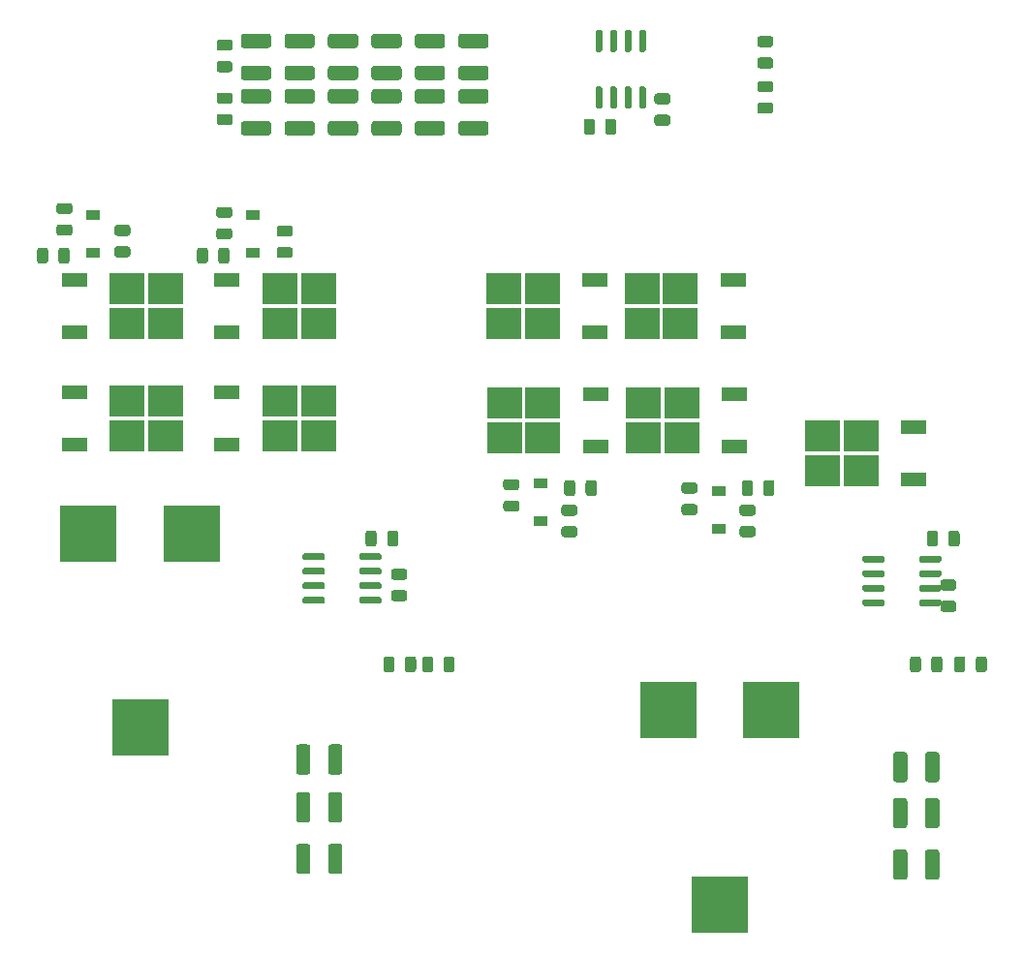
<source format=gtp>
G04 #@! TF.GenerationSoftware,KiCad,Pcbnew,5.1.6-c6e7f7d~86~ubuntu20.04.1*
G04 #@! TF.CreationDate,2020-09-07T13:20:28+02:00*
G04 #@! TF.ProjectId,Power,506f7765-722e-46b6-9963-61645f706362,rev?*
G04 #@! TF.SameCoordinates,Original*
G04 #@! TF.FileFunction,Paste,Top*
G04 #@! TF.FilePolarity,Positive*
%FSLAX46Y46*%
G04 Gerber Fmt 4.6, Leading zero omitted, Abs format (unit mm)*
G04 Created by KiCad (PCBNEW 5.1.6-c6e7f7d~86~ubuntu20.04.1) date 2020-09-07 13:20:28*
%MOMM*%
%LPD*%
G01*
G04 APERTURE LIST*
%ADD10R,1.200000X0.900000*%
%ADD11R,3.050000X2.750000*%
%ADD12R,2.200000X1.200000*%
%ADD13R,5.000000X5.000000*%
G04 APERTURE END LIST*
G36*
G01*
X78043750Y-94012500D02*
X78956250Y-94012500D01*
G75*
G02*
X79200000Y-94256250I0J-243750D01*
G01*
X79200000Y-94743750D01*
G75*
G02*
X78956250Y-94987500I-243750J0D01*
G01*
X78043750Y-94987500D01*
G75*
G02*
X77800000Y-94743750I0J243750D01*
G01*
X77800000Y-94256250D01*
G75*
G02*
X78043750Y-94012500I243750J0D01*
G01*
G37*
G36*
G01*
X78043750Y-92137500D02*
X78956250Y-92137500D01*
G75*
G02*
X79200000Y-92381250I0J-243750D01*
G01*
X79200000Y-92868750D01*
G75*
G02*
X78956250Y-93112500I-243750J0D01*
G01*
X78043750Y-93112500D01*
G75*
G02*
X77800000Y-92868750I0J243750D01*
G01*
X77800000Y-92381250D01*
G75*
G02*
X78043750Y-92137500I243750J0D01*
G01*
G37*
G36*
G01*
X76550000Y-89043750D02*
X76550000Y-89956250D01*
G75*
G02*
X76306250Y-90200000I-243750J0D01*
G01*
X75818750Y-90200000D01*
G75*
G02*
X75575000Y-89956250I0J243750D01*
G01*
X75575000Y-89043750D01*
G75*
G02*
X75818750Y-88800000I243750J0D01*
G01*
X76306250Y-88800000D01*
G75*
G02*
X76550000Y-89043750I0J-243750D01*
G01*
G37*
G36*
G01*
X78425000Y-89043750D02*
X78425000Y-89956250D01*
G75*
G02*
X78181250Y-90200000I-243750J0D01*
G01*
X77693750Y-90200000D01*
G75*
G02*
X77450000Y-89956250I0J243750D01*
G01*
X77450000Y-89043750D01*
G75*
G02*
X77693750Y-88800000I243750J0D01*
G01*
X78181250Y-88800000D01*
G75*
G02*
X78425000Y-89043750I0J-243750D01*
G01*
G37*
G36*
G01*
X101043750Y-52450000D02*
X101956250Y-52450000D01*
G75*
G02*
X102200000Y-52693750I0J-243750D01*
G01*
X102200000Y-53181250D01*
G75*
G02*
X101956250Y-53425000I-243750J0D01*
G01*
X101043750Y-53425000D01*
G75*
G02*
X100800000Y-53181250I0J243750D01*
G01*
X100800000Y-52693750D01*
G75*
G02*
X101043750Y-52450000I243750J0D01*
G01*
G37*
G36*
G01*
X101043750Y-50575000D02*
X101956250Y-50575000D01*
G75*
G02*
X102200000Y-50818750I0J-243750D01*
G01*
X102200000Y-51306250D01*
G75*
G02*
X101956250Y-51550000I-243750J0D01*
G01*
X101043750Y-51550000D01*
G75*
G02*
X100800000Y-51306250I0J243750D01*
G01*
X100800000Y-50818750D01*
G75*
G02*
X101043750Y-50575000I243750J0D01*
G01*
G37*
G36*
G01*
X96512500Y-53956250D02*
X96512500Y-53043750D01*
G75*
G02*
X96756250Y-52800000I243750J0D01*
G01*
X97243750Y-52800000D01*
G75*
G02*
X97487500Y-53043750I0J-243750D01*
G01*
X97487500Y-53956250D01*
G75*
G02*
X97243750Y-54200000I-243750J0D01*
G01*
X96756250Y-54200000D01*
G75*
G02*
X96512500Y-53956250I0J243750D01*
G01*
G37*
G36*
G01*
X94637500Y-53956250D02*
X94637500Y-53043750D01*
G75*
G02*
X94881250Y-52800000I243750J0D01*
G01*
X95368750Y-52800000D01*
G75*
G02*
X95612500Y-53043750I0J-243750D01*
G01*
X95612500Y-53956250D01*
G75*
G02*
X95368750Y-54200000I-243750J0D01*
G01*
X94881250Y-54200000D01*
G75*
G02*
X94637500Y-53956250I0J243750D01*
G01*
G37*
G36*
G01*
X67075000Y-51465000D02*
X64925000Y-51465000D01*
G75*
G02*
X64675000Y-51215000I0J250000D01*
G01*
X64675000Y-50465000D01*
G75*
G02*
X64925000Y-50215000I250000J0D01*
G01*
X67075000Y-50215000D01*
G75*
G02*
X67325000Y-50465000I0J-250000D01*
G01*
X67325000Y-51215000D01*
G75*
G02*
X67075000Y-51465000I-250000J0D01*
G01*
G37*
G36*
G01*
X67075000Y-54265000D02*
X64925000Y-54265000D01*
G75*
G02*
X64675000Y-54015000I0J250000D01*
G01*
X64675000Y-53265000D01*
G75*
G02*
X64925000Y-53015000I250000J0D01*
G01*
X67075000Y-53015000D01*
G75*
G02*
X67325000Y-53265000I0J-250000D01*
G01*
X67325000Y-54015000D01*
G75*
G02*
X67075000Y-54265000I-250000J0D01*
G01*
G37*
G36*
G01*
X126043750Y-94950000D02*
X126956250Y-94950000D01*
G75*
G02*
X127200000Y-95193750I0J-243750D01*
G01*
X127200000Y-95681250D01*
G75*
G02*
X126956250Y-95925000I-243750J0D01*
G01*
X126043750Y-95925000D01*
G75*
G02*
X125800000Y-95681250I0J243750D01*
G01*
X125800000Y-95193750D01*
G75*
G02*
X126043750Y-94950000I243750J0D01*
G01*
G37*
G36*
G01*
X126043750Y-93075000D02*
X126956250Y-93075000D01*
G75*
G02*
X127200000Y-93318750I0J-243750D01*
G01*
X127200000Y-93806250D01*
G75*
G02*
X126956250Y-94050000I-243750J0D01*
G01*
X126043750Y-94050000D01*
G75*
G02*
X125800000Y-93806250I0J243750D01*
G01*
X125800000Y-93318750D01*
G75*
G02*
X126043750Y-93075000I243750J0D01*
G01*
G37*
G36*
G01*
X126512500Y-89956250D02*
X126512500Y-89043750D01*
G75*
G02*
X126756250Y-88800000I243750J0D01*
G01*
X127243750Y-88800000D01*
G75*
G02*
X127487500Y-89043750I0J-243750D01*
G01*
X127487500Y-89956250D01*
G75*
G02*
X127243750Y-90200000I-243750J0D01*
G01*
X126756250Y-90200000D01*
G75*
G02*
X126512500Y-89956250I0J243750D01*
G01*
G37*
G36*
G01*
X124637500Y-89956250D02*
X124637500Y-89043750D01*
G75*
G02*
X124881250Y-88800000I243750J0D01*
G01*
X125368750Y-88800000D01*
G75*
G02*
X125612500Y-89043750I0J-243750D01*
G01*
X125612500Y-89956250D01*
G75*
G02*
X125368750Y-90200000I-243750J0D01*
G01*
X124881250Y-90200000D01*
G75*
G02*
X124637500Y-89956250I0J243750D01*
G01*
G37*
D10*
X65755000Y-64515000D03*
X65755000Y-61215000D03*
X51785000Y-64515000D03*
X51785000Y-61215000D03*
X90845000Y-84710000D03*
X90845000Y-88010000D03*
X106410000Y-85345000D03*
X106410000Y-88645000D03*
D11*
X68085000Y-80535000D03*
X71435000Y-77485000D03*
X68085000Y-77485000D03*
X71435000Y-80535000D03*
D12*
X63460000Y-81290000D03*
X63460000Y-76730000D03*
D11*
X91015000Y-67690000D03*
X87665000Y-70740000D03*
X91015000Y-70740000D03*
X87665000Y-67690000D03*
D12*
X95640000Y-66935000D03*
X95640000Y-71495000D03*
D11*
X54750000Y-80535000D03*
X58100000Y-77485000D03*
X54750000Y-77485000D03*
X58100000Y-80535000D03*
D12*
X50125000Y-81290000D03*
X50125000Y-76730000D03*
D11*
X103080000Y-67690000D03*
X99730000Y-70740000D03*
X103080000Y-70740000D03*
X99730000Y-67690000D03*
D12*
X107705000Y-66935000D03*
X107705000Y-71495000D03*
D13*
X60365000Y-89045000D03*
X51365000Y-89045000D03*
X55865000Y-106045000D03*
X111000000Y-104500000D03*
X102000000Y-104500000D03*
X106500000Y-121500000D03*
D11*
X68085000Y-70740000D03*
X71435000Y-67690000D03*
X68085000Y-67690000D03*
X71435000Y-70740000D03*
D12*
X63460000Y-71495000D03*
X63460000Y-66935000D03*
D11*
X54750000Y-70740000D03*
X58100000Y-67690000D03*
X54750000Y-67690000D03*
X58100000Y-70740000D03*
D12*
X50125000Y-71495000D03*
X50125000Y-66935000D03*
D11*
X91055000Y-77610000D03*
X87705000Y-80660000D03*
X91055000Y-80660000D03*
X87705000Y-77610000D03*
D12*
X95680000Y-76855000D03*
X95680000Y-81415000D03*
D11*
X103205000Y-77610000D03*
X99855000Y-80660000D03*
X103205000Y-80660000D03*
X99855000Y-77610000D03*
D12*
X107830000Y-76855000D03*
X107830000Y-81415000D03*
G36*
G01*
X62758750Y-62377500D02*
X63671250Y-62377500D01*
G75*
G02*
X63915000Y-62621250I0J-243750D01*
G01*
X63915000Y-63108750D01*
G75*
G02*
X63671250Y-63352500I-243750J0D01*
G01*
X62758750Y-63352500D01*
G75*
G02*
X62515000Y-63108750I0J243750D01*
G01*
X62515000Y-62621250D01*
G75*
G02*
X62758750Y-62377500I243750J0D01*
G01*
G37*
G36*
G01*
X62758750Y-60502500D02*
X63671250Y-60502500D01*
G75*
G02*
X63915000Y-60746250I0J-243750D01*
G01*
X63915000Y-61233750D01*
G75*
G02*
X63671250Y-61477500I-243750J0D01*
G01*
X62758750Y-61477500D01*
G75*
G02*
X62515000Y-61233750I0J243750D01*
G01*
X62515000Y-60746250D01*
G75*
G02*
X62758750Y-60502500I243750J0D01*
G01*
G37*
G36*
G01*
X93841250Y-87512500D02*
X92928750Y-87512500D01*
G75*
G02*
X92685000Y-87268750I0J243750D01*
G01*
X92685000Y-86781250D01*
G75*
G02*
X92928750Y-86537500I243750J0D01*
G01*
X93841250Y-86537500D01*
G75*
G02*
X94085000Y-86781250I0J-243750D01*
G01*
X94085000Y-87268750D01*
G75*
G02*
X93841250Y-87512500I-243750J0D01*
G01*
G37*
G36*
G01*
X93841250Y-89387500D02*
X92928750Y-89387500D01*
G75*
G02*
X92685000Y-89143750I0J243750D01*
G01*
X92685000Y-88656250D01*
G75*
G02*
X92928750Y-88412500I243750J0D01*
G01*
X93841250Y-88412500D01*
G75*
G02*
X94085000Y-88656250I0J-243750D01*
G01*
X94085000Y-89143750D01*
G75*
G02*
X93841250Y-89387500I-243750J0D01*
G01*
G37*
G36*
G01*
X68956250Y-63112500D02*
X68043750Y-63112500D01*
G75*
G02*
X67800000Y-62868750I0J243750D01*
G01*
X67800000Y-62381250D01*
G75*
G02*
X68043750Y-62137500I243750J0D01*
G01*
X68956250Y-62137500D01*
G75*
G02*
X69200000Y-62381250I0J-243750D01*
G01*
X69200000Y-62868750D01*
G75*
G02*
X68956250Y-63112500I-243750J0D01*
G01*
G37*
G36*
G01*
X68956250Y-64987500D02*
X68043750Y-64987500D01*
G75*
G02*
X67800000Y-64743750I0J243750D01*
G01*
X67800000Y-64256250D01*
G75*
G02*
X68043750Y-64012500I243750J0D01*
G01*
X68956250Y-64012500D01*
G75*
G02*
X69200000Y-64256250I0J-243750D01*
G01*
X69200000Y-64743750D01*
G75*
G02*
X68956250Y-64987500I-243750J0D01*
G01*
G37*
G36*
G01*
X54781250Y-63050000D02*
X53868750Y-63050000D01*
G75*
G02*
X53625000Y-62806250I0J243750D01*
G01*
X53625000Y-62318750D01*
G75*
G02*
X53868750Y-62075000I243750J0D01*
G01*
X54781250Y-62075000D01*
G75*
G02*
X55025000Y-62318750I0J-243750D01*
G01*
X55025000Y-62806250D01*
G75*
G02*
X54781250Y-63050000I-243750J0D01*
G01*
G37*
G36*
G01*
X54781250Y-64925000D02*
X53868750Y-64925000D01*
G75*
G02*
X53625000Y-64681250I0J243750D01*
G01*
X53625000Y-64193750D01*
G75*
G02*
X53868750Y-63950000I243750J0D01*
G01*
X54781250Y-63950000D01*
G75*
G02*
X55025000Y-64193750I0J-243750D01*
G01*
X55025000Y-64681250D01*
G75*
G02*
X54781250Y-64925000I-243750J0D01*
G01*
G37*
G36*
G01*
X88761250Y-85275000D02*
X87848750Y-85275000D01*
G75*
G02*
X87605000Y-85031250I0J243750D01*
G01*
X87605000Y-84543750D01*
G75*
G02*
X87848750Y-84300000I243750J0D01*
G01*
X88761250Y-84300000D01*
G75*
G02*
X89005000Y-84543750I0J-243750D01*
G01*
X89005000Y-85031250D01*
G75*
G02*
X88761250Y-85275000I-243750J0D01*
G01*
G37*
G36*
G01*
X88761250Y-87150000D02*
X87848750Y-87150000D01*
G75*
G02*
X87605000Y-86906250I0J243750D01*
G01*
X87605000Y-86418750D01*
G75*
G02*
X87848750Y-86175000I243750J0D01*
G01*
X88761250Y-86175000D01*
G75*
G02*
X89005000Y-86418750I0J-243750D01*
G01*
X89005000Y-86906250D01*
G75*
G02*
X88761250Y-87150000I-243750J0D01*
G01*
G37*
G36*
G01*
X104326250Y-85577500D02*
X103413750Y-85577500D01*
G75*
G02*
X103170000Y-85333750I0J243750D01*
G01*
X103170000Y-84846250D01*
G75*
G02*
X103413750Y-84602500I243750J0D01*
G01*
X104326250Y-84602500D01*
G75*
G02*
X104570000Y-84846250I0J-243750D01*
G01*
X104570000Y-85333750D01*
G75*
G02*
X104326250Y-85577500I-243750J0D01*
G01*
G37*
G36*
G01*
X104326250Y-87452500D02*
X103413750Y-87452500D01*
G75*
G02*
X103170000Y-87208750I0J243750D01*
G01*
X103170000Y-86721250D01*
G75*
G02*
X103413750Y-86477500I243750J0D01*
G01*
X104326250Y-86477500D01*
G75*
G02*
X104570000Y-86721250I0J-243750D01*
G01*
X104570000Y-87208750D01*
G75*
G02*
X104326250Y-87452500I-243750J0D01*
G01*
G37*
G36*
G01*
X48788750Y-62045000D02*
X49701250Y-62045000D01*
G75*
G02*
X49945000Y-62288750I0J-243750D01*
G01*
X49945000Y-62776250D01*
G75*
G02*
X49701250Y-63020000I-243750J0D01*
G01*
X48788750Y-63020000D01*
G75*
G02*
X48545000Y-62776250I0J243750D01*
G01*
X48545000Y-62288750D01*
G75*
G02*
X48788750Y-62045000I243750J0D01*
G01*
G37*
G36*
G01*
X48788750Y-60170000D02*
X49701250Y-60170000D01*
G75*
G02*
X49945000Y-60413750I0J-243750D01*
G01*
X49945000Y-60901250D01*
G75*
G02*
X49701250Y-61145000I-243750J0D01*
G01*
X48788750Y-61145000D01*
G75*
G02*
X48545000Y-60901250I0J243750D01*
G01*
X48545000Y-60413750D01*
G75*
G02*
X48788750Y-60170000I243750J0D01*
G01*
G37*
G36*
G01*
X109406250Y-87512500D02*
X108493750Y-87512500D01*
G75*
G02*
X108250000Y-87268750I0J243750D01*
G01*
X108250000Y-86781250D01*
G75*
G02*
X108493750Y-86537500I243750J0D01*
G01*
X109406250Y-86537500D01*
G75*
G02*
X109650000Y-86781250I0J-243750D01*
G01*
X109650000Y-87268750D01*
G75*
G02*
X109406250Y-87512500I-243750J0D01*
G01*
G37*
G36*
G01*
X109406250Y-89387500D02*
X108493750Y-89387500D01*
G75*
G02*
X108250000Y-89143750I0J243750D01*
G01*
X108250000Y-88656250D01*
G75*
G02*
X108493750Y-88412500I243750J0D01*
G01*
X109406250Y-88412500D01*
G75*
G02*
X109650000Y-88656250I0J-243750D01*
G01*
X109650000Y-89143750D01*
G75*
G02*
X109406250Y-89387500I-243750J0D01*
G01*
G37*
G36*
G01*
X62697500Y-65226250D02*
X62697500Y-64313750D01*
G75*
G02*
X62941250Y-64070000I243750J0D01*
G01*
X63428750Y-64070000D01*
G75*
G02*
X63672500Y-64313750I0J-243750D01*
G01*
X63672500Y-65226250D01*
G75*
G02*
X63428750Y-65470000I-243750J0D01*
G01*
X62941250Y-65470000D01*
G75*
G02*
X62697500Y-65226250I0J243750D01*
G01*
G37*
G36*
G01*
X60822500Y-65226250D02*
X60822500Y-64313750D01*
G75*
G02*
X61066250Y-64070000I243750J0D01*
G01*
X61553750Y-64070000D01*
G75*
G02*
X61797500Y-64313750I0J-243750D01*
G01*
X61797500Y-65226250D01*
G75*
G02*
X61553750Y-65470000I-243750J0D01*
G01*
X61066250Y-65470000D01*
G75*
G02*
X60822500Y-65226250I0J243750D01*
G01*
G37*
G36*
G01*
X93902500Y-84633750D02*
X93902500Y-85546250D01*
G75*
G02*
X93658750Y-85790000I-243750J0D01*
G01*
X93171250Y-85790000D01*
G75*
G02*
X92927500Y-85546250I0J243750D01*
G01*
X92927500Y-84633750D01*
G75*
G02*
X93171250Y-84390000I243750J0D01*
G01*
X93658750Y-84390000D01*
G75*
G02*
X93902500Y-84633750I0J-243750D01*
G01*
G37*
G36*
G01*
X95777500Y-84633750D02*
X95777500Y-85546250D01*
G75*
G02*
X95533750Y-85790000I-243750J0D01*
G01*
X95046250Y-85790000D01*
G75*
G02*
X94802500Y-85546250I0J243750D01*
G01*
X94802500Y-84633750D01*
G75*
G02*
X95046250Y-84390000I243750J0D01*
G01*
X95533750Y-84390000D01*
G75*
G02*
X95777500Y-84633750I0J-243750D01*
G01*
G37*
G36*
G01*
X48727500Y-65226250D02*
X48727500Y-64313750D01*
G75*
G02*
X48971250Y-64070000I243750J0D01*
G01*
X49458750Y-64070000D01*
G75*
G02*
X49702500Y-64313750I0J-243750D01*
G01*
X49702500Y-65226250D01*
G75*
G02*
X49458750Y-65470000I-243750J0D01*
G01*
X48971250Y-65470000D01*
G75*
G02*
X48727500Y-65226250I0J243750D01*
G01*
G37*
G36*
G01*
X46852500Y-65226250D02*
X46852500Y-64313750D01*
G75*
G02*
X47096250Y-64070000I243750J0D01*
G01*
X47583750Y-64070000D01*
G75*
G02*
X47827500Y-64313750I0J-243750D01*
G01*
X47827500Y-65226250D01*
G75*
G02*
X47583750Y-65470000I-243750J0D01*
G01*
X47096250Y-65470000D01*
G75*
G02*
X46852500Y-65226250I0J243750D01*
G01*
G37*
G36*
G01*
X109437500Y-84633750D02*
X109437500Y-85546250D01*
G75*
G02*
X109193750Y-85790000I-243750J0D01*
G01*
X108706250Y-85790000D01*
G75*
G02*
X108462500Y-85546250I0J243750D01*
G01*
X108462500Y-84633750D01*
G75*
G02*
X108706250Y-84390000I243750J0D01*
G01*
X109193750Y-84390000D01*
G75*
G02*
X109437500Y-84633750I0J-243750D01*
G01*
G37*
G36*
G01*
X111312500Y-84633750D02*
X111312500Y-85546250D01*
G75*
G02*
X111068750Y-85790000I-243750J0D01*
G01*
X110581250Y-85790000D01*
G75*
G02*
X110337500Y-85546250I0J243750D01*
G01*
X110337500Y-84633750D01*
G75*
G02*
X110581250Y-84390000I243750J0D01*
G01*
X111068750Y-84390000D01*
G75*
G02*
X111312500Y-84633750I0J-243750D01*
G01*
G37*
G36*
G01*
X99620000Y-49975000D02*
X99920000Y-49975000D01*
G75*
G02*
X100070000Y-50125000I0J-150000D01*
G01*
X100070000Y-51775000D01*
G75*
G02*
X99920000Y-51925000I-150000J0D01*
G01*
X99620000Y-51925000D01*
G75*
G02*
X99470000Y-51775000I0J150000D01*
G01*
X99470000Y-50125000D01*
G75*
G02*
X99620000Y-49975000I150000J0D01*
G01*
G37*
G36*
G01*
X98350000Y-49975000D02*
X98650000Y-49975000D01*
G75*
G02*
X98800000Y-50125000I0J-150000D01*
G01*
X98800000Y-51775000D01*
G75*
G02*
X98650000Y-51925000I-150000J0D01*
G01*
X98350000Y-51925000D01*
G75*
G02*
X98200000Y-51775000I0J150000D01*
G01*
X98200000Y-50125000D01*
G75*
G02*
X98350000Y-49975000I150000J0D01*
G01*
G37*
G36*
G01*
X97080000Y-49975000D02*
X97380000Y-49975000D01*
G75*
G02*
X97530000Y-50125000I0J-150000D01*
G01*
X97530000Y-51775000D01*
G75*
G02*
X97380000Y-51925000I-150000J0D01*
G01*
X97080000Y-51925000D01*
G75*
G02*
X96930000Y-51775000I0J150000D01*
G01*
X96930000Y-50125000D01*
G75*
G02*
X97080000Y-49975000I150000J0D01*
G01*
G37*
G36*
G01*
X95810000Y-49975000D02*
X96110000Y-49975000D01*
G75*
G02*
X96260000Y-50125000I0J-150000D01*
G01*
X96260000Y-51775000D01*
G75*
G02*
X96110000Y-51925000I-150000J0D01*
G01*
X95810000Y-51925000D01*
G75*
G02*
X95660000Y-51775000I0J150000D01*
G01*
X95660000Y-50125000D01*
G75*
G02*
X95810000Y-49975000I150000J0D01*
G01*
G37*
G36*
G01*
X95810000Y-45025000D02*
X96110000Y-45025000D01*
G75*
G02*
X96260000Y-45175000I0J-150000D01*
G01*
X96260000Y-46825000D01*
G75*
G02*
X96110000Y-46975000I-150000J0D01*
G01*
X95810000Y-46975000D01*
G75*
G02*
X95660000Y-46825000I0J150000D01*
G01*
X95660000Y-45175000D01*
G75*
G02*
X95810000Y-45025000I150000J0D01*
G01*
G37*
G36*
G01*
X97080000Y-45025000D02*
X97380000Y-45025000D01*
G75*
G02*
X97530000Y-45175000I0J-150000D01*
G01*
X97530000Y-46825000D01*
G75*
G02*
X97380000Y-46975000I-150000J0D01*
G01*
X97080000Y-46975000D01*
G75*
G02*
X96930000Y-46825000I0J150000D01*
G01*
X96930000Y-45175000D01*
G75*
G02*
X97080000Y-45025000I150000J0D01*
G01*
G37*
G36*
G01*
X98350000Y-45025000D02*
X98650000Y-45025000D01*
G75*
G02*
X98800000Y-45175000I0J-150000D01*
G01*
X98800000Y-46825000D01*
G75*
G02*
X98650000Y-46975000I-150000J0D01*
G01*
X98350000Y-46975000D01*
G75*
G02*
X98200000Y-46825000I0J150000D01*
G01*
X98200000Y-45175000D01*
G75*
G02*
X98350000Y-45025000I150000J0D01*
G01*
G37*
G36*
G01*
X99620000Y-45025000D02*
X99920000Y-45025000D01*
G75*
G02*
X100070000Y-45175000I0J-150000D01*
G01*
X100070000Y-46825000D01*
G75*
G02*
X99920000Y-46975000I-150000J0D01*
G01*
X99620000Y-46975000D01*
G75*
G02*
X99470000Y-46825000I0J150000D01*
G01*
X99470000Y-45175000D01*
G75*
G02*
X99620000Y-45025000I150000J0D01*
G01*
G37*
G36*
G01*
X75025000Y-91245000D02*
X75025000Y-90945000D01*
G75*
G02*
X75175000Y-90795000I150000J0D01*
G01*
X76825000Y-90795000D01*
G75*
G02*
X76975000Y-90945000I0J-150000D01*
G01*
X76975000Y-91245000D01*
G75*
G02*
X76825000Y-91395000I-150000J0D01*
G01*
X75175000Y-91395000D01*
G75*
G02*
X75025000Y-91245000I0J150000D01*
G01*
G37*
G36*
G01*
X75025000Y-92515000D02*
X75025000Y-92215000D01*
G75*
G02*
X75175000Y-92065000I150000J0D01*
G01*
X76825000Y-92065000D01*
G75*
G02*
X76975000Y-92215000I0J-150000D01*
G01*
X76975000Y-92515000D01*
G75*
G02*
X76825000Y-92665000I-150000J0D01*
G01*
X75175000Y-92665000D01*
G75*
G02*
X75025000Y-92515000I0J150000D01*
G01*
G37*
G36*
G01*
X75025000Y-93785000D02*
X75025000Y-93485000D01*
G75*
G02*
X75175000Y-93335000I150000J0D01*
G01*
X76825000Y-93335000D01*
G75*
G02*
X76975000Y-93485000I0J-150000D01*
G01*
X76975000Y-93785000D01*
G75*
G02*
X76825000Y-93935000I-150000J0D01*
G01*
X75175000Y-93935000D01*
G75*
G02*
X75025000Y-93785000I0J150000D01*
G01*
G37*
G36*
G01*
X75025000Y-95055000D02*
X75025000Y-94755000D01*
G75*
G02*
X75175000Y-94605000I150000J0D01*
G01*
X76825000Y-94605000D01*
G75*
G02*
X76975000Y-94755000I0J-150000D01*
G01*
X76975000Y-95055000D01*
G75*
G02*
X76825000Y-95205000I-150000J0D01*
G01*
X75175000Y-95205000D01*
G75*
G02*
X75025000Y-95055000I0J150000D01*
G01*
G37*
G36*
G01*
X70075000Y-95055000D02*
X70075000Y-94755000D01*
G75*
G02*
X70225000Y-94605000I150000J0D01*
G01*
X71875000Y-94605000D01*
G75*
G02*
X72025000Y-94755000I0J-150000D01*
G01*
X72025000Y-95055000D01*
G75*
G02*
X71875000Y-95205000I-150000J0D01*
G01*
X70225000Y-95205000D01*
G75*
G02*
X70075000Y-95055000I0J150000D01*
G01*
G37*
G36*
G01*
X70075000Y-93785000D02*
X70075000Y-93485000D01*
G75*
G02*
X70225000Y-93335000I150000J0D01*
G01*
X71875000Y-93335000D01*
G75*
G02*
X72025000Y-93485000I0J-150000D01*
G01*
X72025000Y-93785000D01*
G75*
G02*
X71875000Y-93935000I-150000J0D01*
G01*
X70225000Y-93935000D01*
G75*
G02*
X70075000Y-93785000I0J150000D01*
G01*
G37*
G36*
G01*
X70075000Y-92515000D02*
X70075000Y-92215000D01*
G75*
G02*
X70225000Y-92065000I150000J0D01*
G01*
X71875000Y-92065000D01*
G75*
G02*
X72025000Y-92215000I0J-150000D01*
G01*
X72025000Y-92515000D01*
G75*
G02*
X71875000Y-92665000I-150000J0D01*
G01*
X70225000Y-92665000D01*
G75*
G02*
X70075000Y-92515000I0J150000D01*
G01*
G37*
G36*
G01*
X70075000Y-91245000D02*
X70075000Y-90945000D01*
G75*
G02*
X70225000Y-90795000I150000J0D01*
G01*
X71875000Y-90795000D01*
G75*
G02*
X72025000Y-90945000I0J-150000D01*
G01*
X72025000Y-91245000D01*
G75*
G02*
X71875000Y-91395000I-150000J0D01*
G01*
X70225000Y-91395000D01*
G75*
G02*
X70075000Y-91245000I0J150000D01*
G01*
G37*
G36*
G01*
X123935000Y-91450000D02*
X123935000Y-91150000D01*
G75*
G02*
X124085000Y-91000000I150000J0D01*
G01*
X125735000Y-91000000D01*
G75*
G02*
X125885000Y-91150000I0J-150000D01*
G01*
X125885000Y-91450000D01*
G75*
G02*
X125735000Y-91600000I-150000J0D01*
G01*
X124085000Y-91600000D01*
G75*
G02*
X123935000Y-91450000I0J150000D01*
G01*
G37*
G36*
G01*
X123935000Y-92720000D02*
X123935000Y-92420000D01*
G75*
G02*
X124085000Y-92270000I150000J0D01*
G01*
X125735000Y-92270000D01*
G75*
G02*
X125885000Y-92420000I0J-150000D01*
G01*
X125885000Y-92720000D01*
G75*
G02*
X125735000Y-92870000I-150000J0D01*
G01*
X124085000Y-92870000D01*
G75*
G02*
X123935000Y-92720000I0J150000D01*
G01*
G37*
G36*
G01*
X123935000Y-93990000D02*
X123935000Y-93690000D01*
G75*
G02*
X124085000Y-93540000I150000J0D01*
G01*
X125735000Y-93540000D01*
G75*
G02*
X125885000Y-93690000I0J-150000D01*
G01*
X125885000Y-93990000D01*
G75*
G02*
X125735000Y-94140000I-150000J0D01*
G01*
X124085000Y-94140000D01*
G75*
G02*
X123935000Y-93990000I0J150000D01*
G01*
G37*
G36*
G01*
X123935000Y-95260000D02*
X123935000Y-94960000D01*
G75*
G02*
X124085000Y-94810000I150000J0D01*
G01*
X125735000Y-94810000D01*
G75*
G02*
X125885000Y-94960000I0J-150000D01*
G01*
X125885000Y-95260000D01*
G75*
G02*
X125735000Y-95410000I-150000J0D01*
G01*
X124085000Y-95410000D01*
G75*
G02*
X123935000Y-95260000I0J150000D01*
G01*
G37*
G36*
G01*
X118985000Y-95260000D02*
X118985000Y-94960000D01*
G75*
G02*
X119135000Y-94810000I150000J0D01*
G01*
X120785000Y-94810000D01*
G75*
G02*
X120935000Y-94960000I0J-150000D01*
G01*
X120935000Y-95260000D01*
G75*
G02*
X120785000Y-95410000I-150000J0D01*
G01*
X119135000Y-95410000D01*
G75*
G02*
X118985000Y-95260000I0J150000D01*
G01*
G37*
G36*
G01*
X118985000Y-93990000D02*
X118985000Y-93690000D01*
G75*
G02*
X119135000Y-93540000I150000J0D01*
G01*
X120785000Y-93540000D01*
G75*
G02*
X120935000Y-93690000I0J-150000D01*
G01*
X120935000Y-93990000D01*
G75*
G02*
X120785000Y-94140000I-150000J0D01*
G01*
X119135000Y-94140000D01*
G75*
G02*
X118985000Y-93990000I0J150000D01*
G01*
G37*
G36*
G01*
X118985000Y-92720000D02*
X118985000Y-92420000D01*
G75*
G02*
X119135000Y-92270000I150000J0D01*
G01*
X120785000Y-92270000D01*
G75*
G02*
X120935000Y-92420000I0J-150000D01*
G01*
X120935000Y-92720000D01*
G75*
G02*
X120785000Y-92870000I-150000J0D01*
G01*
X119135000Y-92870000D01*
G75*
G02*
X118985000Y-92720000I0J150000D01*
G01*
G37*
G36*
G01*
X118985000Y-91450000D02*
X118985000Y-91150000D01*
G75*
G02*
X119135000Y-91000000I150000J0D01*
G01*
X120785000Y-91000000D01*
G75*
G02*
X120935000Y-91150000I0J-150000D01*
G01*
X120935000Y-91450000D01*
G75*
G02*
X120785000Y-91600000I-150000J0D01*
G01*
X119135000Y-91600000D01*
G75*
G02*
X118985000Y-91450000I0J150000D01*
G01*
G37*
D11*
X118850000Y-80500000D03*
X115500000Y-83550000D03*
X118850000Y-83550000D03*
X115500000Y-80500000D03*
D12*
X123475000Y-79745000D03*
X123475000Y-84305000D03*
G36*
G01*
X79012500Y-100956250D02*
X79012500Y-100043750D01*
G75*
G02*
X79256250Y-99800000I243750J0D01*
G01*
X79743750Y-99800000D01*
G75*
G02*
X79987500Y-100043750I0J-243750D01*
G01*
X79987500Y-100956250D01*
G75*
G02*
X79743750Y-101200000I-243750J0D01*
G01*
X79256250Y-101200000D01*
G75*
G02*
X79012500Y-100956250I0J243750D01*
G01*
G37*
G36*
G01*
X77137500Y-100956250D02*
X77137500Y-100043750D01*
G75*
G02*
X77381250Y-99800000I243750J0D01*
G01*
X77868750Y-99800000D01*
G75*
G02*
X78112500Y-100043750I0J-243750D01*
G01*
X78112500Y-100956250D01*
G75*
G02*
X77868750Y-101200000I-243750J0D01*
G01*
X77381250Y-101200000D01*
G75*
G02*
X77137500Y-100956250I0J243750D01*
G01*
G37*
G36*
G01*
X82387500Y-100956250D02*
X82387500Y-100043750D01*
G75*
G02*
X82631250Y-99800000I243750J0D01*
G01*
X83118750Y-99800000D01*
G75*
G02*
X83362500Y-100043750I0J-243750D01*
G01*
X83362500Y-100956250D01*
G75*
G02*
X83118750Y-101200000I-243750J0D01*
G01*
X82631250Y-101200000D01*
G75*
G02*
X82387500Y-100956250I0J243750D01*
G01*
G37*
G36*
G01*
X80512500Y-100956250D02*
X80512500Y-100043750D01*
G75*
G02*
X80756250Y-99800000I243750J0D01*
G01*
X81243750Y-99800000D01*
G75*
G02*
X81487500Y-100043750I0J-243750D01*
G01*
X81487500Y-100956250D01*
G75*
G02*
X81243750Y-101200000I-243750J0D01*
G01*
X80756250Y-101200000D01*
G75*
G02*
X80512500Y-100956250I0J243750D01*
G01*
G37*
G36*
G01*
X125012500Y-100956250D02*
X125012500Y-100043750D01*
G75*
G02*
X125256250Y-99800000I243750J0D01*
G01*
X125743750Y-99800000D01*
G75*
G02*
X125987500Y-100043750I0J-243750D01*
G01*
X125987500Y-100956250D01*
G75*
G02*
X125743750Y-101200000I-243750J0D01*
G01*
X125256250Y-101200000D01*
G75*
G02*
X125012500Y-100956250I0J243750D01*
G01*
G37*
G36*
G01*
X123137500Y-100956250D02*
X123137500Y-100043750D01*
G75*
G02*
X123381250Y-99800000I243750J0D01*
G01*
X123868750Y-99800000D01*
G75*
G02*
X124112500Y-100043750I0J-243750D01*
G01*
X124112500Y-100956250D01*
G75*
G02*
X123868750Y-101200000I-243750J0D01*
G01*
X123381250Y-101200000D01*
G75*
G02*
X123137500Y-100956250I0J243750D01*
G01*
G37*
G36*
G01*
X128887500Y-100956250D02*
X128887500Y-100043750D01*
G75*
G02*
X129131250Y-99800000I243750J0D01*
G01*
X129618750Y-99800000D01*
G75*
G02*
X129862500Y-100043750I0J-243750D01*
G01*
X129862500Y-100956250D01*
G75*
G02*
X129618750Y-101200000I-243750J0D01*
G01*
X129131250Y-101200000D01*
G75*
G02*
X128887500Y-100956250I0J243750D01*
G01*
G37*
G36*
G01*
X127012500Y-100956250D02*
X127012500Y-100043750D01*
G75*
G02*
X127256250Y-99800000I243750J0D01*
G01*
X127743750Y-99800000D01*
G75*
G02*
X127987500Y-100043750I0J-243750D01*
G01*
X127987500Y-100956250D01*
G75*
G02*
X127743750Y-101200000I-243750J0D01*
G01*
X127256250Y-101200000D01*
G75*
G02*
X127012500Y-100956250I0J243750D01*
G01*
G37*
G36*
G01*
X110043750Y-47450000D02*
X110956250Y-47450000D01*
G75*
G02*
X111200000Y-47693750I0J-243750D01*
G01*
X111200000Y-48181250D01*
G75*
G02*
X110956250Y-48425000I-243750J0D01*
G01*
X110043750Y-48425000D01*
G75*
G02*
X109800000Y-48181250I0J243750D01*
G01*
X109800000Y-47693750D01*
G75*
G02*
X110043750Y-47450000I243750J0D01*
G01*
G37*
G36*
G01*
X110043750Y-45575000D02*
X110956250Y-45575000D01*
G75*
G02*
X111200000Y-45818750I0J-243750D01*
G01*
X111200000Y-46306250D01*
G75*
G02*
X110956250Y-46550000I-243750J0D01*
G01*
X110043750Y-46550000D01*
G75*
G02*
X109800000Y-46306250I0J243750D01*
G01*
X109800000Y-45818750D01*
G75*
G02*
X110043750Y-45575000I243750J0D01*
G01*
G37*
G36*
G01*
X110043750Y-51387500D02*
X110956250Y-51387500D01*
G75*
G02*
X111200000Y-51631250I0J-243750D01*
G01*
X111200000Y-52118750D01*
G75*
G02*
X110956250Y-52362500I-243750J0D01*
G01*
X110043750Y-52362500D01*
G75*
G02*
X109800000Y-52118750I0J243750D01*
G01*
X109800000Y-51631250D01*
G75*
G02*
X110043750Y-51387500I243750J0D01*
G01*
G37*
G36*
G01*
X110043750Y-49512500D02*
X110956250Y-49512500D01*
G75*
G02*
X111200000Y-49756250I0J-243750D01*
G01*
X111200000Y-50243750D01*
G75*
G02*
X110956250Y-50487500I-243750J0D01*
G01*
X110043750Y-50487500D01*
G75*
G02*
X109800000Y-50243750I0J243750D01*
G01*
X109800000Y-49756250D01*
G75*
G02*
X110043750Y-49512500I243750J0D01*
G01*
G37*
G36*
G01*
X63706250Y-51487500D02*
X62793750Y-51487500D01*
G75*
G02*
X62550000Y-51243750I0J243750D01*
G01*
X62550000Y-50756250D01*
G75*
G02*
X62793750Y-50512500I243750J0D01*
G01*
X63706250Y-50512500D01*
G75*
G02*
X63950000Y-50756250I0J-243750D01*
G01*
X63950000Y-51243750D01*
G75*
G02*
X63706250Y-51487500I-243750J0D01*
G01*
G37*
G36*
G01*
X63706250Y-53362500D02*
X62793750Y-53362500D01*
G75*
G02*
X62550000Y-53118750I0J243750D01*
G01*
X62550000Y-52631250D01*
G75*
G02*
X62793750Y-52387500I243750J0D01*
G01*
X63706250Y-52387500D01*
G75*
G02*
X63950000Y-52631250I0J-243750D01*
G01*
X63950000Y-53118750D01*
G75*
G02*
X63706250Y-53362500I-243750J0D01*
G01*
G37*
G36*
G01*
X63706250Y-46862500D02*
X62793750Y-46862500D01*
G75*
G02*
X62550000Y-46618750I0J243750D01*
G01*
X62550000Y-46131250D01*
G75*
G02*
X62793750Y-45887500I243750J0D01*
G01*
X63706250Y-45887500D01*
G75*
G02*
X63950000Y-46131250I0J-243750D01*
G01*
X63950000Y-46618750D01*
G75*
G02*
X63706250Y-46862500I-243750J0D01*
G01*
G37*
G36*
G01*
X63706250Y-48737500D02*
X62793750Y-48737500D01*
G75*
G02*
X62550000Y-48493750I0J243750D01*
G01*
X62550000Y-48006250D01*
G75*
G02*
X62793750Y-47762500I243750J0D01*
G01*
X63706250Y-47762500D01*
G75*
G02*
X63950000Y-48006250I0J-243750D01*
G01*
X63950000Y-48493750D01*
G75*
G02*
X63706250Y-48737500I-243750J0D01*
G01*
G37*
G36*
G01*
X72300001Y-109890001D02*
X72300001Y-107740001D01*
G75*
G02*
X72550001Y-107490001I250000J0D01*
G01*
X73300001Y-107490001D01*
G75*
G02*
X73550001Y-107740001I0J-250000D01*
G01*
X73550001Y-109890001D01*
G75*
G02*
X73300001Y-110140001I-250000J0D01*
G01*
X72550001Y-110140001D01*
G75*
G02*
X72300001Y-109890001I0J250000D01*
G01*
G37*
G36*
G01*
X69500001Y-109890001D02*
X69500001Y-107740001D01*
G75*
G02*
X69750001Y-107490001I250000J0D01*
G01*
X70500001Y-107490001D01*
G75*
G02*
X70750001Y-107740001I0J-250000D01*
G01*
X70750001Y-109890001D01*
G75*
G02*
X70500001Y-110140001I-250000J0D01*
G01*
X69750001Y-110140001D01*
G75*
G02*
X69500001Y-109890001I0J250000D01*
G01*
G37*
G36*
G01*
X122919999Y-112425000D02*
X122919999Y-114575000D01*
G75*
G02*
X122669999Y-114825000I-250000J0D01*
G01*
X121919999Y-114825000D01*
G75*
G02*
X121669999Y-114575000I0J250000D01*
G01*
X121669999Y-112425000D01*
G75*
G02*
X121919999Y-112175000I250000J0D01*
G01*
X122669999Y-112175000D01*
G75*
G02*
X122919999Y-112425000I0J-250000D01*
G01*
G37*
G36*
G01*
X125719999Y-112425000D02*
X125719999Y-114575000D01*
G75*
G02*
X125469999Y-114825000I-250000J0D01*
G01*
X124719999Y-114825000D01*
G75*
G02*
X124469999Y-114575000I0J250000D01*
G01*
X124469999Y-112425000D01*
G75*
G02*
X124719999Y-112175000I250000J0D01*
G01*
X125469999Y-112175000D01*
G75*
G02*
X125719999Y-112425000I0J-250000D01*
G01*
G37*
G36*
G01*
X72300001Y-118575000D02*
X72300001Y-116425000D01*
G75*
G02*
X72550001Y-116175000I250000J0D01*
G01*
X73300001Y-116175000D01*
G75*
G02*
X73550001Y-116425000I0J-250000D01*
G01*
X73550001Y-118575000D01*
G75*
G02*
X73300001Y-118825000I-250000J0D01*
G01*
X72550001Y-118825000D01*
G75*
G02*
X72300001Y-118575000I0J250000D01*
G01*
G37*
G36*
G01*
X69500001Y-118575000D02*
X69500001Y-116425000D01*
G75*
G02*
X69750001Y-116175000I250000J0D01*
G01*
X70500001Y-116175000D01*
G75*
G02*
X70750001Y-116425000I0J-250000D01*
G01*
X70750001Y-118575000D01*
G75*
G02*
X70500001Y-118825000I-250000J0D01*
G01*
X69750001Y-118825000D01*
G75*
G02*
X69500001Y-118575000I0J250000D01*
G01*
G37*
G36*
G01*
X122919999Y-108399999D02*
X122919999Y-110549999D01*
G75*
G02*
X122669999Y-110799999I-250000J0D01*
G01*
X121919999Y-110799999D01*
G75*
G02*
X121669999Y-110549999I0J250000D01*
G01*
X121669999Y-108399999D01*
G75*
G02*
X121919999Y-108149999I250000J0D01*
G01*
X122669999Y-108149999D01*
G75*
G02*
X122919999Y-108399999I0J-250000D01*
G01*
G37*
G36*
G01*
X125719999Y-108399999D02*
X125719999Y-110549999D01*
G75*
G02*
X125469999Y-110799999I-250000J0D01*
G01*
X124719999Y-110799999D01*
G75*
G02*
X124469999Y-110549999I0J250000D01*
G01*
X124469999Y-108399999D01*
G75*
G02*
X124719999Y-108149999I250000J0D01*
G01*
X125469999Y-108149999D01*
G75*
G02*
X125719999Y-108399999I0J-250000D01*
G01*
G37*
G36*
G01*
X72300001Y-114075000D02*
X72300001Y-111925000D01*
G75*
G02*
X72550001Y-111675000I250000J0D01*
G01*
X73300001Y-111675000D01*
G75*
G02*
X73550001Y-111925000I0J-250000D01*
G01*
X73550001Y-114075000D01*
G75*
G02*
X73300001Y-114325000I-250000J0D01*
G01*
X72550001Y-114325000D01*
G75*
G02*
X72300001Y-114075000I0J250000D01*
G01*
G37*
G36*
G01*
X69500001Y-114075000D02*
X69500001Y-111925000D01*
G75*
G02*
X69750001Y-111675000I250000J0D01*
G01*
X70500001Y-111675000D01*
G75*
G02*
X70750001Y-111925000I0J-250000D01*
G01*
X70750001Y-114075000D01*
G75*
G02*
X70500001Y-114325000I-250000J0D01*
G01*
X69750001Y-114325000D01*
G75*
G02*
X69500001Y-114075000I0J250000D01*
G01*
G37*
G36*
G01*
X122919999Y-116925000D02*
X122919999Y-119075000D01*
G75*
G02*
X122669999Y-119325000I-250000J0D01*
G01*
X121919999Y-119325000D01*
G75*
G02*
X121669999Y-119075000I0J250000D01*
G01*
X121669999Y-116925000D01*
G75*
G02*
X121919999Y-116675000I250000J0D01*
G01*
X122669999Y-116675000D01*
G75*
G02*
X122919999Y-116925000I0J-250000D01*
G01*
G37*
G36*
G01*
X125719999Y-116925000D02*
X125719999Y-119075000D01*
G75*
G02*
X125469999Y-119325000I-250000J0D01*
G01*
X124719999Y-119325000D01*
G75*
G02*
X124469999Y-119075000I0J250000D01*
G01*
X124469999Y-116925000D01*
G75*
G02*
X124719999Y-116675000I250000J0D01*
G01*
X125469999Y-116675000D01*
G75*
G02*
X125719999Y-116925000I0J-250000D01*
G01*
G37*
G36*
G01*
X67075000Y-46625000D02*
X64925000Y-46625000D01*
G75*
G02*
X64675000Y-46375000I0J250000D01*
G01*
X64675000Y-45625000D01*
G75*
G02*
X64925000Y-45375000I250000J0D01*
G01*
X67075000Y-45375000D01*
G75*
G02*
X67325000Y-45625000I0J-250000D01*
G01*
X67325000Y-46375000D01*
G75*
G02*
X67075000Y-46625000I-250000J0D01*
G01*
G37*
G36*
G01*
X67075000Y-49425000D02*
X64925000Y-49425000D01*
G75*
G02*
X64675000Y-49175000I0J250000D01*
G01*
X64675000Y-48425000D01*
G75*
G02*
X64925000Y-48175000I250000J0D01*
G01*
X67075000Y-48175000D01*
G75*
G02*
X67325000Y-48425000I0J-250000D01*
G01*
X67325000Y-49175000D01*
G75*
G02*
X67075000Y-49425000I-250000J0D01*
G01*
G37*
G36*
G01*
X70875000Y-51465000D02*
X68725000Y-51465000D01*
G75*
G02*
X68475000Y-51215000I0J250000D01*
G01*
X68475000Y-50465000D01*
G75*
G02*
X68725000Y-50215000I250000J0D01*
G01*
X70875000Y-50215000D01*
G75*
G02*
X71125000Y-50465000I0J-250000D01*
G01*
X71125000Y-51215000D01*
G75*
G02*
X70875000Y-51465000I-250000J0D01*
G01*
G37*
G36*
G01*
X70875000Y-54265000D02*
X68725000Y-54265000D01*
G75*
G02*
X68475000Y-54015000I0J250000D01*
G01*
X68475000Y-53265000D01*
G75*
G02*
X68725000Y-53015000I250000J0D01*
G01*
X70875000Y-53015000D01*
G75*
G02*
X71125000Y-53265000I0J-250000D01*
G01*
X71125000Y-54015000D01*
G75*
G02*
X70875000Y-54265000I-250000J0D01*
G01*
G37*
G36*
G01*
X70875000Y-46625000D02*
X68725000Y-46625000D01*
G75*
G02*
X68475000Y-46375000I0J250000D01*
G01*
X68475000Y-45625000D01*
G75*
G02*
X68725000Y-45375000I250000J0D01*
G01*
X70875000Y-45375000D01*
G75*
G02*
X71125000Y-45625000I0J-250000D01*
G01*
X71125000Y-46375000D01*
G75*
G02*
X70875000Y-46625000I-250000J0D01*
G01*
G37*
G36*
G01*
X70875000Y-49425000D02*
X68725000Y-49425000D01*
G75*
G02*
X68475000Y-49175000I0J250000D01*
G01*
X68475000Y-48425000D01*
G75*
G02*
X68725000Y-48175000I250000J0D01*
G01*
X70875000Y-48175000D01*
G75*
G02*
X71125000Y-48425000I0J-250000D01*
G01*
X71125000Y-49175000D01*
G75*
G02*
X70875000Y-49425000I-250000J0D01*
G01*
G37*
G36*
G01*
X74675000Y-51465000D02*
X72525000Y-51465000D01*
G75*
G02*
X72275000Y-51215000I0J250000D01*
G01*
X72275000Y-50465000D01*
G75*
G02*
X72525000Y-50215000I250000J0D01*
G01*
X74675000Y-50215000D01*
G75*
G02*
X74925000Y-50465000I0J-250000D01*
G01*
X74925000Y-51215000D01*
G75*
G02*
X74675000Y-51465000I-250000J0D01*
G01*
G37*
G36*
G01*
X74675000Y-54265000D02*
X72525000Y-54265000D01*
G75*
G02*
X72275000Y-54015000I0J250000D01*
G01*
X72275000Y-53265000D01*
G75*
G02*
X72525000Y-53015000I250000J0D01*
G01*
X74675000Y-53015000D01*
G75*
G02*
X74925000Y-53265000I0J-250000D01*
G01*
X74925000Y-54015000D01*
G75*
G02*
X74675000Y-54265000I-250000J0D01*
G01*
G37*
G36*
G01*
X74675000Y-46625000D02*
X72525000Y-46625000D01*
G75*
G02*
X72275000Y-46375000I0J250000D01*
G01*
X72275000Y-45625000D01*
G75*
G02*
X72525000Y-45375000I250000J0D01*
G01*
X74675000Y-45375000D01*
G75*
G02*
X74925000Y-45625000I0J-250000D01*
G01*
X74925000Y-46375000D01*
G75*
G02*
X74675000Y-46625000I-250000J0D01*
G01*
G37*
G36*
G01*
X74675000Y-49425000D02*
X72525000Y-49425000D01*
G75*
G02*
X72275000Y-49175000I0J250000D01*
G01*
X72275000Y-48425000D01*
G75*
G02*
X72525000Y-48175000I250000J0D01*
G01*
X74675000Y-48175000D01*
G75*
G02*
X74925000Y-48425000I0J-250000D01*
G01*
X74925000Y-49175000D01*
G75*
G02*
X74675000Y-49425000I-250000J0D01*
G01*
G37*
G36*
G01*
X78475000Y-51465000D02*
X76325000Y-51465000D01*
G75*
G02*
X76075000Y-51215000I0J250000D01*
G01*
X76075000Y-50465000D01*
G75*
G02*
X76325000Y-50215000I250000J0D01*
G01*
X78475000Y-50215000D01*
G75*
G02*
X78725000Y-50465000I0J-250000D01*
G01*
X78725000Y-51215000D01*
G75*
G02*
X78475000Y-51465000I-250000J0D01*
G01*
G37*
G36*
G01*
X78475000Y-54265000D02*
X76325000Y-54265000D01*
G75*
G02*
X76075000Y-54015000I0J250000D01*
G01*
X76075000Y-53265000D01*
G75*
G02*
X76325000Y-53015000I250000J0D01*
G01*
X78475000Y-53015000D01*
G75*
G02*
X78725000Y-53265000I0J-250000D01*
G01*
X78725000Y-54015000D01*
G75*
G02*
X78475000Y-54265000I-250000J0D01*
G01*
G37*
G36*
G01*
X78475000Y-46625000D02*
X76325000Y-46625000D01*
G75*
G02*
X76075000Y-46375000I0J250000D01*
G01*
X76075000Y-45625000D01*
G75*
G02*
X76325000Y-45375000I250000J0D01*
G01*
X78475000Y-45375000D01*
G75*
G02*
X78725000Y-45625000I0J-250000D01*
G01*
X78725000Y-46375000D01*
G75*
G02*
X78475000Y-46625000I-250000J0D01*
G01*
G37*
G36*
G01*
X78475000Y-49425000D02*
X76325000Y-49425000D01*
G75*
G02*
X76075000Y-49175000I0J250000D01*
G01*
X76075000Y-48425000D01*
G75*
G02*
X76325000Y-48175000I250000J0D01*
G01*
X78475000Y-48175000D01*
G75*
G02*
X78725000Y-48425000I0J-250000D01*
G01*
X78725000Y-49175000D01*
G75*
G02*
X78475000Y-49425000I-250000J0D01*
G01*
G37*
G36*
G01*
X82275000Y-51465000D02*
X80125000Y-51465000D01*
G75*
G02*
X79875000Y-51215000I0J250000D01*
G01*
X79875000Y-50465000D01*
G75*
G02*
X80125000Y-50215000I250000J0D01*
G01*
X82275000Y-50215000D01*
G75*
G02*
X82525000Y-50465000I0J-250000D01*
G01*
X82525000Y-51215000D01*
G75*
G02*
X82275000Y-51465000I-250000J0D01*
G01*
G37*
G36*
G01*
X82275000Y-54265000D02*
X80125000Y-54265000D01*
G75*
G02*
X79875000Y-54015000I0J250000D01*
G01*
X79875000Y-53265000D01*
G75*
G02*
X80125000Y-53015000I250000J0D01*
G01*
X82275000Y-53015000D01*
G75*
G02*
X82525000Y-53265000I0J-250000D01*
G01*
X82525000Y-54015000D01*
G75*
G02*
X82275000Y-54265000I-250000J0D01*
G01*
G37*
G36*
G01*
X82275000Y-46625000D02*
X80125000Y-46625000D01*
G75*
G02*
X79875000Y-46375000I0J250000D01*
G01*
X79875000Y-45625000D01*
G75*
G02*
X80125000Y-45375000I250000J0D01*
G01*
X82275000Y-45375000D01*
G75*
G02*
X82525000Y-45625000I0J-250000D01*
G01*
X82525000Y-46375000D01*
G75*
G02*
X82275000Y-46625000I-250000J0D01*
G01*
G37*
G36*
G01*
X82275000Y-49425000D02*
X80125000Y-49425000D01*
G75*
G02*
X79875000Y-49175000I0J250000D01*
G01*
X79875000Y-48425000D01*
G75*
G02*
X80125000Y-48175000I250000J0D01*
G01*
X82275000Y-48175000D01*
G75*
G02*
X82525000Y-48425000I0J-250000D01*
G01*
X82525000Y-49175000D01*
G75*
G02*
X82275000Y-49425000I-250000J0D01*
G01*
G37*
G36*
G01*
X86075000Y-51465000D02*
X83925000Y-51465000D01*
G75*
G02*
X83675000Y-51215000I0J250000D01*
G01*
X83675000Y-50465000D01*
G75*
G02*
X83925000Y-50215000I250000J0D01*
G01*
X86075000Y-50215000D01*
G75*
G02*
X86325000Y-50465000I0J-250000D01*
G01*
X86325000Y-51215000D01*
G75*
G02*
X86075000Y-51465000I-250000J0D01*
G01*
G37*
G36*
G01*
X86075000Y-54265000D02*
X83925000Y-54265000D01*
G75*
G02*
X83675000Y-54015000I0J250000D01*
G01*
X83675000Y-53265000D01*
G75*
G02*
X83925000Y-53015000I250000J0D01*
G01*
X86075000Y-53015000D01*
G75*
G02*
X86325000Y-53265000I0J-250000D01*
G01*
X86325000Y-54015000D01*
G75*
G02*
X86075000Y-54265000I-250000J0D01*
G01*
G37*
G36*
G01*
X86075000Y-46625000D02*
X83925000Y-46625000D01*
G75*
G02*
X83675000Y-46375000I0J250000D01*
G01*
X83675000Y-45625000D01*
G75*
G02*
X83925000Y-45375000I250000J0D01*
G01*
X86075000Y-45375000D01*
G75*
G02*
X86325000Y-45625000I0J-250000D01*
G01*
X86325000Y-46375000D01*
G75*
G02*
X86075000Y-46625000I-250000J0D01*
G01*
G37*
G36*
G01*
X86075000Y-49425000D02*
X83925000Y-49425000D01*
G75*
G02*
X83675000Y-49175000I0J250000D01*
G01*
X83675000Y-48425000D01*
G75*
G02*
X83925000Y-48175000I250000J0D01*
G01*
X86075000Y-48175000D01*
G75*
G02*
X86325000Y-48425000I0J-250000D01*
G01*
X86325000Y-49175000D01*
G75*
G02*
X86075000Y-49425000I-250000J0D01*
G01*
G37*
M02*

</source>
